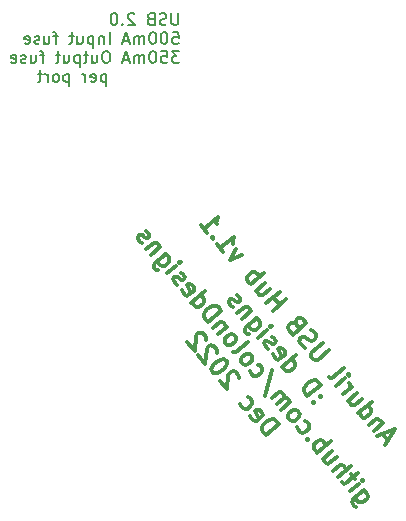
<source format=gbr>
%TF.GenerationSoftware,KiCad,Pcbnew,(6.0.8)*%
%TF.CreationDate,2022-12-20T01:42:36-08:00*%
%TF.ProjectId,Anduril USB Hub,416e6475-7269-46c2-9055-534220487562,rev?*%
%TF.SameCoordinates,Original*%
%TF.FileFunction,Legend,Bot*%
%TF.FilePolarity,Positive*%
%FSLAX46Y46*%
G04 Gerber Fmt 4.6, Leading zero omitted, Abs format (unit mm)*
G04 Created by KiCad (PCBNEW (6.0.8)) date 2022-12-20 01:42:36*
%MOMM*%
%LPD*%
G01*
G04 APERTURE LIST*
%ADD10C,0.150000*%
%ADD11C,0.300000*%
G04 APERTURE END LIST*
D10*
X123714404Y-46462380D02*
X123714404Y-47271904D01*
X123666785Y-47367142D01*
X123619166Y-47414761D01*
X123523928Y-47462380D01*
X123333452Y-47462380D01*
X123238214Y-47414761D01*
X123190595Y-47367142D01*
X123142976Y-47271904D01*
X123142976Y-46462380D01*
X122714404Y-47414761D02*
X122571547Y-47462380D01*
X122333452Y-47462380D01*
X122238214Y-47414761D01*
X122190595Y-47367142D01*
X122142976Y-47271904D01*
X122142976Y-47176666D01*
X122190595Y-47081428D01*
X122238214Y-47033809D01*
X122333452Y-46986190D01*
X122523928Y-46938571D01*
X122619166Y-46890952D01*
X122666785Y-46843333D01*
X122714404Y-46748095D01*
X122714404Y-46652857D01*
X122666785Y-46557619D01*
X122619166Y-46510000D01*
X122523928Y-46462380D01*
X122285833Y-46462380D01*
X122142976Y-46510000D01*
X121381071Y-46938571D02*
X121238214Y-46986190D01*
X121190595Y-47033809D01*
X121142976Y-47129047D01*
X121142976Y-47271904D01*
X121190595Y-47367142D01*
X121238214Y-47414761D01*
X121333452Y-47462380D01*
X121714404Y-47462380D01*
X121714404Y-46462380D01*
X121381071Y-46462380D01*
X121285833Y-46510000D01*
X121238214Y-46557619D01*
X121190595Y-46652857D01*
X121190595Y-46748095D01*
X121238214Y-46843333D01*
X121285833Y-46890952D01*
X121381071Y-46938571D01*
X121714404Y-46938571D01*
X120000119Y-46557619D02*
X119952500Y-46510000D01*
X119857261Y-46462380D01*
X119619166Y-46462380D01*
X119523928Y-46510000D01*
X119476309Y-46557619D01*
X119428690Y-46652857D01*
X119428690Y-46748095D01*
X119476309Y-46890952D01*
X120047738Y-47462380D01*
X119428690Y-47462380D01*
X119000119Y-47367142D02*
X118952500Y-47414761D01*
X119000119Y-47462380D01*
X119047738Y-47414761D01*
X119000119Y-47367142D01*
X119000119Y-47462380D01*
X118333452Y-46462380D02*
X118238214Y-46462380D01*
X118142976Y-46510000D01*
X118095357Y-46557619D01*
X118047738Y-46652857D01*
X118000119Y-46843333D01*
X118000119Y-47081428D01*
X118047738Y-47271904D01*
X118095357Y-47367142D01*
X118142976Y-47414761D01*
X118238214Y-47462380D01*
X118333452Y-47462380D01*
X118428690Y-47414761D01*
X118476309Y-47367142D01*
X118523928Y-47271904D01*
X118571547Y-47081428D01*
X118571547Y-46843333D01*
X118523928Y-46652857D01*
X118476309Y-46557619D01*
X118428690Y-46510000D01*
X118333452Y-46462380D01*
X123238214Y-48072380D02*
X123714404Y-48072380D01*
X123762023Y-48548571D01*
X123714404Y-48500952D01*
X123619166Y-48453333D01*
X123381071Y-48453333D01*
X123285833Y-48500952D01*
X123238214Y-48548571D01*
X123190595Y-48643809D01*
X123190595Y-48881904D01*
X123238214Y-48977142D01*
X123285833Y-49024761D01*
X123381071Y-49072380D01*
X123619166Y-49072380D01*
X123714404Y-49024761D01*
X123762023Y-48977142D01*
X122571547Y-48072380D02*
X122476309Y-48072380D01*
X122381071Y-48120000D01*
X122333452Y-48167619D01*
X122285833Y-48262857D01*
X122238214Y-48453333D01*
X122238214Y-48691428D01*
X122285833Y-48881904D01*
X122333452Y-48977142D01*
X122381071Y-49024761D01*
X122476309Y-49072380D01*
X122571547Y-49072380D01*
X122666785Y-49024761D01*
X122714404Y-48977142D01*
X122762023Y-48881904D01*
X122809642Y-48691428D01*
X122809642Y-48453333D01*
X122762023Y-48262857D01*
X122714404Y-48167619D01*
X122666785Y-48120000D01*
X122571547Y-48072380D01*
X121619166Y-48072380D02*
X121523928Y-48072380D01*
X121428690Y-48120000D01*
X121381071Y-48167619D01*
X121333452Y-48262857D01*
X121285833Y-48453333D01*
X121285833Y-48691428D01*
X121333452Y-48881904D01*
X121381071Y-48977142D01*
X121428690Y-49024761D01*
X121523928Y-49072380D01*
X121619166Y-49072380D01*
X121714404Y-49024761D01*
X121762023Y-48977142D01*
X121809642Y-48881904D01*
X121857261Y-48691428D01*
X121857261Y-48453333D01*
X121809642Y-48262857D01*
X121762023Y-48167619D01*
X121714404Y-48120000D01*
X121619166Y-48072380D01*
X120857261Y-49072380D02*
X120857261Y-48405714D01*
X120857261Y-48500952D02*
X120809642Y-48453333D01*
X120714404Y-48405714D01*
X120571547Y-48405714D01*
X120476309Y-48453333D01*
X120428690Y-48548571D01*
X120428690Y-49072380D01*
X120428690Y-48548571D02*
X120381071Y-48453333D01*
X120285833Y-48405714D01*
X120142976Y-48405714D01*
X120047738Y-48453333D01*
X120000119Y-48548571D01*
X120000119Y-49072380D01*
X119571547Y-48786666D02*
X119095357Y-48786666D01*
X119666785Y-49072380D02*
X119333452Y-48072380D01*
X119000119Y-49072380D01*
X117904880Y-49072380D02*
X117904880Y-48072380D01*
X117428690Y-48405714D02*
X117428690Y-49072380D01*
X117428690Y-48500952D02*
X117381071Y-48453333D01*
X117285833Y-48405714D01*
X117142976Y-48405714D01*
X117047738Y-48453333D01*
X117000119Y-48548571D01*
X117000119Y-49072380D01*
X116523928Y-48405714D02*
X116523928Y-49405714D01*
X116523928Y-48453333D02*
X116428690Y-48405714D01*
X116238214Y-48405714D01*
X116142976Y-48453333D01*
X116095357Y-48500952D01*
X116047738Y-48596190D01*
X116047738Y-48881904D01*
X116095357Y-48977142D01*
X116142976Y-49024761D01*
X116238214Y-49072380D01*
X116428690Y-49072380D01*
X116523928Y-49024761D01*
X115190595Y-48405714D02*
X115190595Y-49072380D01*
X115619166Y-48405714D02*
X115619166Y-48929523D01*
X115571547Y-49024761D01*
X115476309Y-49072380D01*
X115333452Y-49072380D01*
X115238214Y-49024761D01*
X115190595Y-48977142D01*
X114857261Y-48405714D02*
X114476309Y-48405714D01*
X114714404Y-48072380D02*
X114714404Y-48929523D01*
X114666785Y-49024761D01*
X114571547Y-49072380D01*
X114476309Y-49072380D01*
X113523928Y-48405714D02*
X113142976Y-48405714D01*
X113381071Y-49072380D02*
X113381071Y-48215238D01*
X113333452Y-48120000D01*
X113238214Y-48072380D01*
X113142976Y-48072380D01*
X112381071Y-48405714D02*
X112381071Y-49072380D01*
X112809642Y-48405714D02*
X112809642Y-48929523D01*
X112762023Y-49024761D01*
X112666785Y-49072380D01*
X112523928Y-49072380D01*
X112428690Y-49024761D01*
X112381071Y-48977142D01*
X111952500Y-49024761D02*
X111857261Y-49072380D01*
X111666785Y-49072380D01*
X111571547Y-49024761D01*
X111523928Y-48929523D01*
X111523928Y-48881904D01*
X111571547Y-48786666D01*
X111666785Y-48739047D01*
X111809642Y-48739047D01*
X111904880Y-48691428D01*
X111952500Y-48596190D01*
X111952500Y-48548571D01*
X111904880Y-48453333D01*
X111809642Y-48405714D01*
X111666785Y-48405714D01*
X111571547Y-48453333D01*
X110714404Y-49024761D02*
X110809642Y-49072380D01*
X111000119Y-49072380D01*
X111095357Y-49024761D01*
X111142976Y-48929523D01*
X111142976Y-48548571D01*
X111095357Y-48453333D01*
X111000119Y-48405714D01*
X110809642Y-48405714D01*
X110714404Y-48453333D01*
X110666785Y-48548571D01*
X110666785Y-48643809D01*
X111142976Y-48739047D01*
X123809642Y-49682380D02*
X123190595Y-49682380D01*
X123523928Y-50063333D01*
X123381071Y-50063333D01*
X123285833Y-50110952D01*
X123238214Y-50158571D01*
X123190595Y-50253809D01*
X123190595Y-50491904D01*
X123238214Y-50587142D01*
X123285833Y-50634761D01*
X123381071Y-50682380D01*
X123666785Y-50682380D01*
X123762023Y-50634761D01*
X123809642Y-50587142D01*
X122285833Y-49682380D02*
X122762023Y-49682380D01*
X122809642Y-50158571D01*
X122762023Y-50110952D01*
X122666785Y-50063333D01*
X122428690Y-50063333D01*
X122333452Y-50110952D01*
X122285833Y-50158571D01*
X122238214Y-50253809D01*
X122238214Y-50491904D01*
X122285833Y-50587142D01*
X122333452Y-50634761D01*
X122428690Y-50682380D01*
X122666785Y-50682380D01*
X122762023Y-50634761D01*
X122809642Y-50587142D01*
X121619166Y-49682380D02*
X121523928Y-49682380D01*
X121428690Y-49730000D01*
X121381071Y-49777619D01*
X121333452Y-49872857D01*
X121285833Y-50063333D01*
X121285833Y-50301428D01*
X121333452Y-50491904D01*
X121381071Y-50587142D01*
X121428690Y-50634761D01*
X121523928Y-50682380D01*
X121619166Y-50682380D01*
X121714404Y-50634761D01*
X121762023Y-50587142D01*
X121809642Y-50491904D01*
X121857261Y-50301428D01*
X121857261Y-50063333D01*
X121809642Y-49872857D01*
X121762023Y-49777619D01*
X121714404Y-49730000D01*
X121619166Y-49682380D01*
X120857261Y-50682380D02*
X120857261Y-50015714D01*
X120857261Y-50110952D02*
X120809642Y-50063333D01*
X120714404Y-50015714D01*
X120571547Y-50015714D01*
X120476309Y-50063333D01*
X120428690Y-50158571D01*
X120428690Y-50682380D01*
X120428690Y-50158571D02*
X120381071Y-50063333D01*
X120285833Y-50015714D01*
X120142976Y-50015714D01*
X120047738Y-50063333D01*
X120000119Y-50158571D01*
X120000119Y-50682380D01*
X119571547Y-50396666D02*
X119095357Y-50396666D01*
X119666785Y-50682380D02*
X119333452Y-49682380D01*
X119000119Y-50682380D01*
X117714404Y-49682380D02*
X117523928Y-49682380D01*
X117428690Y-49730000D01*
X117333452Y-49825238D01*
X117285833Y-50015714D01*
X117285833Y-50349047D01*
X117333452Y-50539523D01*
X117428690Y-50634761D01*
X117523928Y-50682380D01*
X117714404Y-50682380D01*
X117809642Y-50634761D01*
X117904880Y-50539523D01*
X117952500Y-50349047D01*
X117952500Y-50015714D01*
X117904880Y-49825238D01*
X117809642Y-49730000D01*
X117714404Y-49682380D01*
X116428690Y-50015714D02*
X116428690Y-50682380D01*
X116857261Y-50015714D02*
X116857261Y-50539523D01*
X116809642Y-50634761D01*
X116714404Y-50682380D01*
X116571547Y-50682380D01*
X116476309Y-50634761D01*
X116428690Y-50587142D01*
X116095357Y-50015714D02*
X115714404Y-50015714D01*
X115952500Y-49682380D02*
X115952500Y-50539523D01*
X115904880Y-50634761D01*
X115809642Y-50682380D01*
X115714404Y-50682380D01*
X115381071Y-50015714D02*
X115381071Y-51015714D01*
X115381071Y-50063333D02*
X115285833Y-50015714D01*
X115095357Y-50015714D01*
X115000119Y-50063333D01*
X114952500Y-50110952D01*
X114904880Y-50206190D01*
X114904880Y-50491904D01*
X114952500Y-50587142D01*
X115000119Y-50634761D01*
X115095357Y-50682380D01*
X115285833Y-50682380D01*
X115381071Y-50634761D01*
X114047738Y-50015714D02*
X114047738Y-50682380D01*
X114476309Y-50015714D02*
X114476309Y-50539523D01*
X114428690Y-50634761D01*
X114333452Y-50682380D01*
X114190595Y-50682380D01*
X114095357Y-50634761D01*
X114047738Y-50587142D01*
X113714404Y-50015714D02*
X113333452Y-50015714D01*
X113571547Y-49682380D02*
X113571547Y-50539523D01*
X113523928Y-50634761D01*
X113428690Y-50682380D01*
X113333452Y-50682380D01*
X112381071Y-50015714D02*
X112000119Y-50015714D01*
X112238214Y-50682380D02*
X112238214Y-49825238D01*
X112190595Y-49730000D01*
X112095357Y-49682380D01*
X112000119Y-49682380D01*
X111238214Y-50015714D02*
X111238214Y-50682380D01*
X111666785Y-50015714D02*
X111666785Y-50539523D01*
X111619166Y-50634761D01*
X111523928Y-50682380D01*
X111381071Y-50682380D01*
X111285833Y-50634761D01*
X111238214Y-50587142D01*
X110809642Y-50634761D02*
X110714404Y-50682380D01*
X110523928Y-50682380D01*
X110428690Y-50634761D01*
X110381071Y-50539523D01*
X110381071Y-50491904D01*
X110428690Y-50396666D01*
X110523928Y-50349047D01*
X110666785Y-50349047D01*
X110762023Y-50301428D01*
X110809642Y-50206190D01*
X110809642Y-50158571D01*
X110762023Y-50063333D01*
X110666785Y-50015714D01*
X110523928Y-50015714D01*
X110428690Y-50063333D01*
X109571547Y-50634761D02*
X109666785Y-50682380D01*
X109857261Y-50682380D01*
X109952500Y-50634761D01*
X110000119Y-50539523D01*
X110000119Y-50158571D01*
X109952500Y-50063333D01*
X109857261Y-50015714D01*
X109666785Y-50015714D01*
X109571547Y-50063333D01*
X109523928Y-50158571D01*
X109523928Y-50253809D01*
X110000119Y-50349047D01*
X117619166Y-51625714D02*
X117619166Y-52625714D01*
X117619166Y-51673333D02*
X117523928Y-51625714D01*
X117333452Y-51625714D01*
X117238214Y-51673333D01*
X117190595Y-51720952D01*
X117142976Y-51816190D01*
X117142976Y-52101904D01*
X117190595Y-52197142D01*
X117238214Y-52244761D01*
X117333452Y-52292380D01*
X117523928Y-52292380D01*
X117619166Y-52244761D01*
X116333452Y-52244761D02*
X116428690Y-52292380D01*
X116619166Y-52292380D01*
X116714404Y-52244761D01*
X116762023Y-52149523D01*
X116762023Y-51768571D01*
X116714404Y-51673333D01*
X116619166Y-51625714D01*
X116428690Y-51625714D01*
X116333452Y-51673333D01*
X116285833Y-51768571D01*
X116285833Y-51863809D01*
X116762023Y-51959047D01*
X115857261Y-52292380D02*
X115857261Y-51625714D01*
X115857261Y-51816190D02*
X115809642Y-51720952D01*
X115762023Y-51673333D01*
X115666785Y-51625714D01*
X115571547Y-51625714D01*
X114476309Y-51625714D02*
X114476309Y-52625714D01*
X114476309Y-51673333D02*
X114381071Y-51625714D01*
X114190595Y-51625714D01*
X114095357Y-51673333D01*
X114047738Y-51720952D01*
X114000119Y-51816190D01*
X114000119Y-52101904D01*
X114047738Y-52197142D01*
X114095357Y-52244761D01*
X114190595Y-52292380D01*
X114381071Y-52292380D01*
X114476309Y-52244761D01*
X113428690Y-52292380D02*
X113523928Y-52244761D01*
X113571547Y-52197142D01*
X113619166Y-52101904D01*
X113619166Y-51816190D01*
X113571547Y-51720952D01*
X113523928Y-51673333D01*
X113428690Y-51625714D01*
X113285833Y-51625714D01*
X113190595Y-51673333D01*
X113142976Y-51720952D01*
X113095357Y-51816190D01*
X113095357Y-52101904D01*
X113142976Y-52197142D01*
X113190595Y-52244761D01*
X113285833Y-52292380D01*
X113428690Y-52292380D01*
X112666785Y-52292380D02*
X112666785Y-51625714D01*
X112666785Y-51816190D02*
X112619166Y-51720952D01*
X112571547Y-51673333D01*
X112476309Y-51625714D01*
X112381071Y-51625714D01*
X112190595Y-51625714D02*
X111809642Y-51625714D01*
X112047738Y-51292380D02*
X112047738Y-52149523D01*
X112000119Y-52244761D01*
X111904880Y-52292380D01*
X111809642Y-52292380D01*
D11*
X141467849Y-82604449D02*
X141008715Y-82057275D01*
X141231371Y-82989365D02*
X142059044Y-81642161D01*
X140588584Y-82223320D01*
X141033234Y-81197510D02*
X140267190Y-81840298D01*
X140923799Y-81289337D02*
X140932603Y-81188706D01*
X140895494Y-81033358D01*
X140757754Y-80869205D01*
X140611210Y-80805684D01*
X140455861Y-80842793D01*
X139853969Y-81347841D01*
X138981615Y-80308209D02*
X140130681Y-79344028D01*
X139036332Y-80262296D02*
X139073441Y-80417644D01*
X139257095Y-80636514D01*
X139403639Y-80700035D01*
X139504270Y-80708839D01*
X139659618Y-80671730D01*
X139987923Y-80396250D01*
X140051445Y-80249705D01*
X140060249Y-80149074D01*
X140023139Y-79993726D01*
X139839486Y-79774856D01*
X139692941Y-79711335D01*
X138875304Y-78625790D02*
X138109260Y-79268577D01*
X139288525Y-79118247D02*
X138686633Y-79623294D01*
X138531285Y-79660403D01*
X138384740Y-79596882D01*
X138247000Y-79432730D01*
X138209891Y-79277381D01*
X138218695Y-79176750D01*
X137650126Y-78721403D02*
X138416170Y-78078615D01*
X138197300Y-78262269D02*
X138260822Y-78115724D01*
X138269626Y-78015093D01*
X138232517Y-77859745D01*
X138140690Y-77750310D01*
X137053252Y-78010076D02*
X137819296Y-77367288D01*
X138202318Y-77045894D02*
X138193514Y-77146525D01*
X138092883Y-77137721D01*
X138101687Y-77037090D01*
X138202318Y-77045894D01*
X138092883Y-77137721D01*
X136456377Y-77298749D02*
X136602922Y-77362270D01*
X136758270Y-77325161D01*
X137743184Y-76498720D01*
X136503523Y-75021348D02*
X135573326Y-75801876D01*
X135417977Y-75838985D01*
X135317347Y-75830181D01*
X135170802Y-75766660D01*
X134987149Y-75547790D01*
X134950039Y-75392442D01*
X134958843Y-75291811D01*
X135022365Y-75145266D01*
X135952562Y-74364739D01*
X134444992Y-74790550D02*
X134252534Y-74672311D01*
X134022967Y-74398723D01*
X133985858Y-74243375D01*
X133994662Y-74142744D01*
X134058183Y-73996200D01*
X134167618Y-73904373D01*
X134322967Y-73867264D01*
X134423598Y-73876068D01*
X134570142Y-73939589D01*
X134808513Y-74112546D01*
X134955057Y-74176067D01*
X135055688Y-74184871D01*
X135211036Y-74147762D01*
X135320471Y-74055935D01*
X135383993Y-73909391D01*
X135392797Y-73808760D01*
X135355688Y-73653412D01*
X135126121Y-73379824D01*
X134933663Y-73261585D01*
X133706591Y-72799327D02*
X133514134Y-72681088D01*
X133413503Y-72672284D01*
X133258154Y-72709393D01*
X133094002Y-72847133D01*
X133030481Y-72993677D01*
X133021676Y-73094308D01*
X133058786Y-73249657D01*
X133426093Y-73687396D01*
X134575160Y-72723215D01*
X134253766Y-72340193D01*
X134107222Y-72276671D01*
X134006591Y-72267867D01*
X133851242Y-72304976D01*
X133741808Y-72396803D01*
X133678286Y-72543347D01*
X133669482Y-72643978D01*
X133706591Y-72799327D01*
X134027985Y-73182349D01*
X131727297Y-71662850D02*
X132876364Y-70698669D01*
X132329189Y-71157803D02*
X131778228Y-70501193D01*
X131176336Y-71006241D02*
X132325403Y-70042059D01*
X131070026Y-69323821D02*
X130303982Y-69966609D01*
X131483247Y-69816279D02*
X130881355Y-70321326D01*
X130726006Y-70358435D01*
X130579462Y-70294914D01*
X130441722Y-70130761D01*
X130404613Y-69975413D01*
X130413417Y-69874782D01*
X129844848Y-69419434D02*
X130993914Y-68455253D01*
X130556175Y-68822560D02*
X130519065Y-68667212D01*
X130335412Y-68448342D01*
X130188868Y-68384820D01*
X130088237Y-68376016D01*
X129932888Y-68413126D01*
X129604584Y-68688606D01*
X129541062Y-68835150D01*
X129532258Y-68935781D01*
X129569367Y-69091130D01*
X129753021Y-69309999D01*
X129899565Y-69373521D01*
X129095750Y-66970971D02*
X128100139Y-67340171D01*
X128636616Y-66423796D01*
X126998217Y-66026952D02*
X127549178Y-66683561D01*
X127273697Y-66355257D02*
X128422764Y-65391075D01*
X128350438Y-65638250D01*
X128332830Y-65839512D01*
X128369940Y-65994860D01*
X126694431Y-65442668D02*
X126593800Y-65433864D01*
X126584996Y-65534495D01*
X126685627Y-65543299D01*
X126694431Y-65442668D01*
X126584996Y-65534495D01*
X125620815Y-64385428D02*
X126171776Y-65042038D01*
X125896295Y-64713733D02*
X127045362Y-63749551D01*
X126973036Y-63996726D01*
X126955428Y-64197988D01*
X126992538Y-64353337D01*
X135220863Y-79361146D02*
X135120232Y-79352342D01*
X135111428Y-79452973D01*
X135212059Y-79461777D01*
X135220863Y-79361146D01*
X135111428Y-79452973D01*
X135822755Y-78856098D02*
X135722124Y-78847294D01*
X135713320Y-78947925D01*
X135813951Y-78956729D01*
X135822755Y-78856098D01*
X135713320Y-78947925D01*
X134652294Y-78905798D02*
X135801361Y-77941617D01*
X135571794Y-77668029D01*
X135379336Y-77549790D01*
X135178074Y-77532182D01*
X135022726Y-77569292D01*
X134757943Y-77698228D01*
X134593790Y-77835968D01*
X134420834Y-78074339D01*
X134357312Y-78220883D01*
X134339704Y-78422145D01*
X134422727Y-78632211D01*
X134652294Y-78905798D01*
X132540277Y-76388795D02*
X133689344Y-75424614D01*
X132594995Y-76342882D02*
X132632104Y-76498230D01*
X132815758Y-76717100D01*
X132962302Y-76780621D01*
X133062933Y-76789425D01*
X133218281Y-76752316D01*
X133546586Y-76476836D01*
X133610108Y-76330291D01*
X133618912Y-76229660D01*
X133581802Y-76074312D01*
X133398149Y-75855442D01*
X133251604Y-75791921D01*
X131768554Y-75357967D02*
X131805663Y-75513316D01*
X131989317Y-75732185D01*
X132135861Y-75795707D01*
X132291209Y-75758598D01*
X132728949Y-75391290D01*
X132792470Y-75244746D01*
X132755361Y-75089398D01*
X132571707Y-74870528D01*
X132425163Y-74807006D01*
X132269815Y-74844116D01*
X132160380Y-74935943D01*
X132510079Y-75574944D01*
X131355333Y-74865510D02*
X131208789Y-74801989D01*
X131025135Y-74583119D01*
X130988026Y-74427770D01*
X131051547Y-74281226D01*
X131106265Y-74235313D01*
X131261613Y-74198203D01*
X131408157Y-74261725D01*
X131545898Y-74425877D01*
X131692442Y-74489399D01*
X131847790Y-74452289D01*
X131902508Y-74406376D01*
X131966029Y-74259832D01*
X131928920Y-74104484D01*
X131791180Y-73940331D01*
X131644635Y-73876810D01*
X130474174Y-73926509D02*
X131240219Y-73283722D01*
X131623241Y-72962328D02*
X131614437Y-73062959D01*
X131513806Y-73054155D01*
X131522610Y-72953524D01*
X131623241Y-72962328D01*
X131513806Y-73054155D01*
X130367864Y-72244090D02*
X129437667Y-73024618D01*
X129374146Y-73171162D01*
X129365342Y-73271793D01*
X129402451Y-73427141D01*
X129540191Y-73591294D01*
X129686736Y-73654815D01*
X129656537Y-72840964D02*
X129693647Y-72996312D01*
X129877300Y-73215182D01*
X130023844Y-73278704D01*
X130124475Y-73287508D01*
X130279824Y-73250398D01*
X130608128Y-72974918D01*
X130671650Y-72828374D01*
X130680454Y-72727743D01*
X130643345Y-72572395D01*
X130459691Y-72353525D01*
X130313147Y-72290003D01*
X129908730Y-71696915D02*
X129142686Y-72339703D01*
X129799295Y-71788742D02*
X129808099Y-71688111D01*
X129770990Y-71532763D01*
X129633250Y-71368611D01*
X129486706Y-71305089D01*
X129331357Y-71342198D01*
X128729465Y-71847246D01*
X128370962Y-71308875D02*
X128224418Y-71245354D01*
X128040764Y-71026484D01*
X128003655Y-70871136D01*
X128067176Y-70724591D01*
X128121894Y-70678678D01*
X128277242Y-70641569D01*
X128423786Y-70705090D01*
X128561527Y-70869242D01*
X128708071Y-70932764D01*
X128863419Y-70895655D01*
X128918137Y-70849741D01*
X128981658Y-70703197D01*
X128944549Y-70547849D01*
X128806809Y-70383696D01*
X128660264Y-70320175D01*
X139468213Y-86846536D02*
X138538016Y-87627064D01*
X138474495Y-87773608D01*
X138465691Y-87874239D01*
X138502800Y-88029587D01*
X138640540Y-88193740D01*
X138787085Y-88257261D01*
X138756886Y-87443410D02*
X138793996Y-87598759D01*
X138977649Y-87817629D01*
X139124194Y-87881150D01*
X139224824Y-87889954D01*
X139380173Y-87852845D01*
X139708477Y-87577364D01*
X139771999Y-87430820D01*
X139780803Y-87330189D01*
X139743694Y-87174841D01*
X139560040Y-86955971D01*
X139413496Y-86892450D01*
X138243035Y-86942149D02*
X139009079Y-86299362D01*
X139392102Y-85977968D02*
X139383297Y-86078599D01*
X139282667Y-86069795D01*
X139291471Y-85969164D01*
X139392102Y-85977968D01*
X139282667Y-86069795D01*
X138687685Y-85916339D02*
X138320378Y-85478600D01*
X138932968Y-85430793D02*
X137948053Y-86257234D01*
X137792705Y-86294344D01*
X137646161Y-86230822D01*
X137554334Y-86121387D01*
X137232940Y-85738365D02*
X138382007Y-84774184D01*
X136819719Y-85245908D02*
X137421611Y-84740860D01*
X137576960Y-84703751D01*
X137723504Y-84767273D01*
X137861244Y-84931425D01*
X137898354Y-85086773D01*
X137889550Y-85187404D01*
X136713409Y-83563489D02*
X135947365Y-84206276D01*
X137126630Y-84055946D02*
X136524738Y-84560993D01*
X136369389Y-84598102D01*
X136222845Y-84534581D01*
X136085105Y-84370429D01*
X136047996Y-84215080D01*
X136056800Y-84114449D01*
X135488231Y-83659102D02*
X136637297Y-82694920D01*
X136199558Y-83062227D02*
X136162448Y-82906879D01*
X135978795Y-82688009D01*
X135832251Y-82624488D01*
X135731620Y-82615684D01*
X135576271Y-82652793D01*
X135247967Y-82928273D01*
X135184445Y-83074818D01*
X135175641Y-83175448D01*
X135212750Y-83330797D01*
X135396404Y-83549667D01*
X135542948Y-83613188D01*
X134725311Y-82527643D02*
X134624680Y-82518839D01*
X134615876Y-82619470D01*
X134716507Y-82628274D01*
X134725311Y-82527643D01*
X134615876Y-82619470D01*
X133798239Y-81533925D02*
X133835348Y-81689273D01*
X134019002Y-81908143D01*
X134165546Y-81971664D01*
X134266177Y-81980468D01*
X134421525Y-81943359D01*
X134749830Y-81667879D01*
X134813352Y-81521334D01*
X134822156Y-81420704D01*
X134785046Y-81265355D01*
X134601393Y-81046485D01*
X134454849Y-80982964D01*
X133192561Y-80923229D02*
X133339105Y-80986750D01*
X133439736Y-80995554D01*
X133595084Y-80958445D01*
X133923389Y-80682964D01*
X133986911Y-80536420D01*
X133995715Y-80435789D01*
X133958605Y-80280441D01*
X133820865Y-80116289D01*
X133674321Y-80052767D01*
X133573690Y-80043963D01*
X133418342Y-80081072D01*
X133090037Y-80356553D01*
X133026515Y-80503097D01*
X133017711Y-80603728D01*
X133054821Y-80759076D01*
X133192561Y-80923229D01*
X132457946Y-80047749D02*
X133223991Y-79404962D01*
X133114556Y-79496788D02*
X133123360Y-79396157D01*
X133086251Y-79240809D01*
X132948510Y-79076657D01*
X132801966Y-79013135D01*
X132646618Y-79050245D01*
X132044726Y-79555292D01*
X132646618Y-79050245D02*
X132710139Y-78903700D01*
X132673030Y-78748352D01*
X132535290Y-78584200D01*
X132388746Y-78520678D01*
X132233397Y-78557787D01*
X131631505Y-79062835D01*
X131687454Y-76684804D02*
X131036524Y-78909380D01*
X129803773Y-76773506D02*
X129840883Y-76928854D01*
X130024536Y-77147724D01*
X130171080Y-77211245D01*
X130271711Y-77220049D01*
X130427060Y-77182940D01*
X130755364Y-76907460D01*
X130818886Y-76760915D01*
X130827690Y-76660284D01*
X130790581Y-76504936D01*
X130606927Y-76286066D01*
X130460383Y-76222545D01*
X129198095Y-76162809D02*
X129344639Y-76226331D01*
X129445270Y-76235135D01*
X129600618Y-76198026D01*
X129928923Y-75922545D01*
X129992445Y-75776001D01*
X130001249Y-75675370D01*
X129964139Y-75520022D01*
X129826399Y-75355869D01*
X129679855Y-75292348D01*
X129579224Y-75283544D01*
X129423876Y-75320653D01*
X129095571Y-75596134D01*
X129032049Y-75742678D01*
X129023245Y-75843309D01*
X129060355Y-75998657D01*
X129198095Y-76162809D01*
X128325740Y-75123178D02*
X128472285Y-75186699D01*
X128627633Y-75149590D01*
X129612547Y-74323149D01*
X127820693Y-74521286D02*
X127967237Y-74584807D01*
X128067868Y-74593611D01*
X128223216Y-74556502D01*
X128551521Y-74281022D01*
X128615043Y-74134477D01*
X128623847Y-74033846D01*
X128586737Y-73878498D01*
X128448997Y-73714346D01*
X128302453Y-73650824D01*
X128201822Y-73642020D01*
X128046474Y-73679129D01*
X127718169Y-73954610D01*
X127654647Y-74101154D01*
X127645843Y-74201785D01*
X127682953Y-74357133D01*
X127820693Y-74521286D01*
X127852123Y-73003019D02*
X127086078Y-73645806D01*
X127742688Y-73094845D02*
X127751492Y-72994215D01*
X127714383Y-72838866D01*
X127576643Y-72674714D01*
X127430098Y-72611192D01*
X127274750Y-72648302D01*
X126672858Y-73153349D01*
X126213724Y-72606175D02*
X127362791Y-71641993D01*
X127133224Y-71368406D01*
X126940766Y-71250167D01*
X126739504Y-71232559D01*
X126584156Y-71269668D01*
X126319373Y-71398604D01*
X126155220Y-71536344D01*
X125982264Y-71774715D01*
X125918742Y-71921260D01*
X125901134Y-72122521D01*
X125984157Y-72332587D01*
X126213724Y-72606175D01*
X124836322Y-70964651D02*
X125985389Y-70000469D01*
X124891039Y-70918737D02*
X124928149Y-71074086D01*
X125111802Y-71292956D01*
X125258347Y-71356477D01*
X125358977Y-71365281D01*
X125514326Y-71328172D01*
X125842630Y-71052691D01*
X125906152Y-70906147D01*
X125914956Y-70805516D01*
X125877847Y-70650168D01*
X125694193Y-70431298D01*
X125547649Y-70367777D01*
X124064598Y-69933823D02*
X124101707Y-70089171D01*
X124285361Y-70308041D01*
X124431905Y-70371563D01*
X124587254Y-70334453D01*
X125024993Y-69967146D01*
X125088515Y-69820602D01*
X125051405Y-69665254D01*
X124867752Y-69446384D01*
X124721208Y-69382862D01*
X124565859Y-69419972D01*
X124456424Y-69511798D01*
X124806123Y-70150800D01*
X123651377Y-69441366D02*
X123504833Y-69377844D01*
X123321180Y-69158975D01*
X123284070Y-69003626D01*
X123347592Y-68857082D01*
X123402309Y-68811169D01*
X123557658Y-68774059D01*
X123704202Y-68837581D01*
X123841942Y-69001733D01*
X123988486Y-69065255D01*
X124143835Y-69028145D01*
X124198552Y-68982232D01*
X124262074Y-68835688D01*
X124224964Y-68680339D01*
X124087224Y-68516187D01*
X123940680Y-68452665D01*
X122770219Y-68502365D02*
X123536263Y-67859577D01*
X123919285Y-67538184D02*
X123910481Y-67638814D01*
X123809851Y-67630010D01*
X123818655Y-67529380D01*
X123919285Y-67538184D01*
X123809851Y-67630010D01*
X122663909Y-66819946D02*
X121733712Y-67600474D01*
X121670190Y-67747018D01*
X121661386Y-67847649D01*
X121698496Y-68002997D01*
X121836236Y-68167149D01*
X121982780Y-68230671D01*
X121952582Y-67416820D02*
X121989691Y-67572168D01*
X122173345Y-67791038D01*
X122319889Y-67854560D01*
X122420520Y-67863364D01*
X122575868Y-67826254D01*
X122904173Y-67550774D01*
X122967694Y-67404230D01*
X122976498Y-67303599D01*
X122939389Y-67148250D01*
X122755735Y-66929381D01*
X122609191Y-66865859D01*
X122204775Y-66272771D02*
X121438730Y-66915559D01*
X122095340Y-66364598D02*
X122104144Y-66263967D01*
X122067034Y-66108619D01*
X121929294Y-65944466D01*
X121782750Y-65880945D01*
X121627402Y-65918054D01*
X121025510Y-66423102D01*
X120667006Y-65884731D02*
X120520462Y-65821209D01*
X120336809Y-65602340D01*
X120299699Y-65446991D01*
X120363221Y-65300447D01*
X120417938Y-65254534D01*
X120573287Y-65217424D01*
X120719831Y-65280946D01*
X120857571Y-65445098D01*
X121004115Y-65508620D01*
X121159464Y-65471510D01*
X121214181Y-65425597D01*
X121277703Y-65279053D01*
X121240593Y-65123704D01*
X121102853Y-64959552D01*
X120956309Y-64896031D01*
X131112997Y-82201973D02*
X132262063Y-81237792D01*
X132032496Y-80964204D01*
X131840039Y-80845966D01*
X131638777Y-80828357D01*
X131483429Y-80865467D01*
X131218645Y-80994403D01*
X131054493Y-81132143D01*
X130881537Y-81370514D01*
X130818015Y-81517058D01*
X130800407Y-81718320D01*
X130883430Y-81928386D01*
X131112997Y-82201973D01*
X129836226Y-80569253D02*
X129873335Y-80724602D01*
X130056989Y-80943472D01*
X130203533Y-81006993D01*
X130358881Y-80969884D01*
X130796621Y-80602577D01*
X130860142Y-80456032D01*
X130823033Y-80300684D01*
X130639379Y-80081814D01*
X130492835Y-80018293D01*
X130337487Y-80055402D01*
X130228052Y-80147229D01*
X130577751Y-80786230D01*
X128963871Y-79529622D02*
X129000980Y-79684970D01*
X129184634Y-79903840D01*
X129331178Y-79967361D01*
X129431809Y-79976165D01*
X129587157Y-79939056D01*
X129915462Y-79663576D01*
X129978984Y-79517031D01*
X129987788Y-79416401D01*
X129950678Y-79261052D01*
X129767025Y-79042182D01*
X129620481Y-78978661D01*
X128846864Y-77389961D02*
X128855668Y-77289331D01*
X128818558Y-77133982D01*
X128588991Y-76860395D01*
X128442447Y-76796873D01*
X128341816Y-76788069D01*
X128186468Y-76825179D01*
X128077033Y-76917006D01*
X127958794Y-77109463D01*
X127853145Y-78317034D01*
X127256271Y-77605707D01*
X127808464Y-75930198D02*
X127716637Y-75820763D01*
X127570093Y-75757242D01*
X127469462Y-75748438D01*
X127314113Y-75785547D01*
X127049330Y-75914483D01*
X126775743Y-76144050D01*
X126602786Y-76382421D01*
X126539265Y-76528965D01*
X126530461Y-76629596D01*
X126567570Y-76784945D01*
X126659397Y-76894380D01*
X126805941Y-76957901D01*
X126906572Y-76966705D01*
X127061920Y-76929596D01*
X127326704Y-76800660D01*
X127600291Y-76571093D01*
X127773247Y-76332722D01*
X127836769Y-76186177D01*
X127845573Y-76085546D01*
X127808464Y-75930198D01*
X127010328Y-75201263D02*
X127019132Y-75100632D01*
X126982022Y-74945284D01*
X126752455Y-74671697D01*
X126605911Y-74608175D01*
X126505280Y-74599371D01*
X126349932Y-74636480D01*
X126240497Y-74728307D01*
X126122258Y-74920765D01*
X126016609Y-76128335D01*
X125419735Y-75417008D01*
X126092060Y-74106914D02*
X126100864Y-74006283D01*
X126063754Y-73850935D01*
X125834187Y-73577347D01*
X125687643Y-73513826D01*
X125587012Y-73505022D01*
X125431664Y-73542131D01*
X125322229Y-73633958D01*
X125203990Y-73826416D01*
X125098341Y-75033986D01*
X124501467Y-74322659D01*
M02*

</source>
